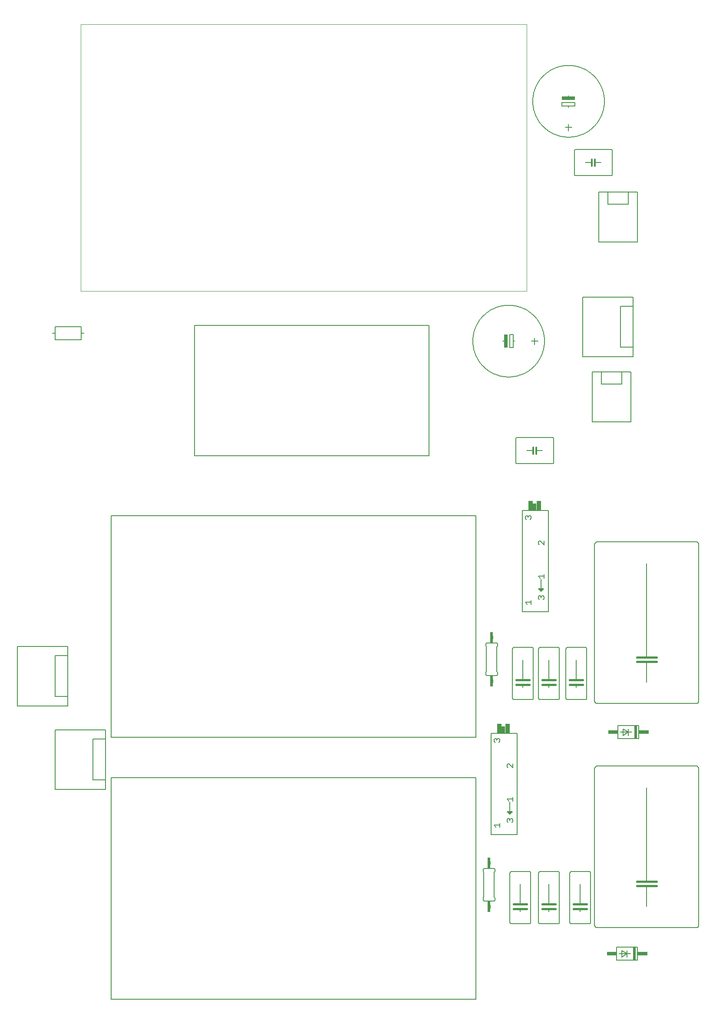
<source format=gto>
G75*
%MOIN*%
%OFA0B0*%
%FSLAX25Y25*%
%IPPOS*%
%LPD*%
%AMOC8*
5,1,8,0,0,1.08239X$1,22.5*
%
%ADD10C,0.00500*%
%ADD11C,0.00600*%
%ADD12C,0.01600*%
%ADD13C,0.02400*%
%ADD14R,0.02400X0.03400*%
%ADD15C,0.00800*%
%ADD16R,0.03500X0.07500*%
%ADD17R,0.03000X0.05500*%
%ADD18R,0.02000X0.10000*%
%ADD19R,0.07500X0.03000*%
%ADD20R,0.10000X0.02500*%
%ADD21R,0.02500X0.10000*%
%ADD22C,0.01200*%
%ADD23C,0.00000*%
D10*
X0075800Y0017800D02*
X0075800Y0187800D01*
X0355800Y0187800D01*
X0355800Y0017800D01*
X0075800Y0017800D01*
X0075800Y0218800D02*
X0075800Y0388800D01*
X0355800Y0388800D01*
X0355800Y0218800D01*
X0075800Y0218800D01*
X0139800Y0434800D02*
X0139800Y0534800D01*
X0319721Y0534800D01*
X0319721Y0434800D01*
X0139800Y0434800D01*
X0369546Y0217198D02*
X0370297Y0217949D01*
X0371047Y0217949D01*
X0371798Y0217198D01*
X0372549Y0217949D01*
X0373299Y0217949D01*
X0374050Y0217198D01*
X0374050Y0215697D01*
X0373299Y0214946D01*
X0371798Y0216447D02*
X0371798Y0217198D01*
X0369546Y0217198D02*
X0369546Y0215697D01*
X0370297Y0214946D01*
X0380297Y0198449D02*
X0379546Y0197698D01*
X0379546Y0196197D01*
X0380297Y0195446D01*
X0380297Y0198449D02*
X0381047Y0198449D01*
X0384050Y0195446D01*
X0384050Y0198449D01*
X0384050Y0172845D02*
X0384050Y0169842D01*
X0384050Y0171343D02*
X0379546Y0171343D01*
X0381047Y0169842D01*
X0381047Y0156345D02*
X0381798Y0155594D01*
X0382549Y0156345D01*
X0383299Y0156345D01*
X0384050Y0155594D01*
X0384050Y0154093D01*
X0383299Y0153342D01*
X0381798Y0154843D02*
X0381798Y0155594D01*
X0381047Y0156345D02*
X0380297Y0156345D01*
X0379546Y0155594D01*
X0379546Y0154093D01*
X0380297Y0153342D01*
X0374050Y0152949D02*
X0374050Y0149946D01*
X0374050Y0151447D02*
X0369546Y0151447D01*
X0371047Y0149946D01*
X0395047Y0320946D02*
X0393546Y0322447D01*
X0398050Y0322447D01*
X0398050Y0320946D02*
X0398050Y0323949D01*
X0403546Y0325093D02*
X0403546Y0326594D01*
X0404297Y0327345D01*
X0405047Y0327345D01*
X0405798Y0326594D01*
X0406549Y0327345D01*
X0407299Y0327345D01*
X0408050Y0326594D01*
X0408050Y0325093D01*
X0407299Y0324342D01*
X0405798Y0325843D02*
X0405798Y0326594D01*
X0404297Y0324342D02*
X0403546Y0325093D01*
X0405047Y0340842D02*
X0403546Y0342343D01*
X0408050Y0342343D01*
X0408050Y0340842D02*
X0408050Y0343845D01*
X0408050Y0366446D02*
X0405047Y0369449D01*
X0404297Y0369449D01*
X0403546Y0368698D01*
X0403546Y0367197D01*
X0404297Y0366446D01*
X0408050Y0366446D02*
X0408050Y0369449D01*
X0397299Y0385946D02*
X0398050Y0386697D01*
X0398050Y0388198D01*
X0397299Y0388949D01*
X0396549Y0388949D01*
X0395798Y0388198D01*
X0395798Y0387447D01*
X0395798Y0388198D02*
X0395047Y0388949D01*
X0394297Y0388949D01*
X0393546Y0388198D01*
X0393546Y0386697D01*
X0394297Y0385946D01*
D11*
X0391300Y0392800D02*
X0411300Y0392800D01*
X0411300Y0315300D01*
X0391300Y0315300D01*
X0391300Y0392800D01*
X0387300Y0428800D02*
X0414300Y0428800D01*
X0414360Y0428802D01*
X0414421Y0428807D01*
X0414480Y0428816D01*
X0414539Y0428829D01*
X0414598Y0428845D01*
X0414655Y0428865D01*
X0414710Y0428888D01*
X0414765Y0428915D01*
X0414817Y0428944D01*
X0414868Y0428977D01*
X0414917Y0429013D01*
X0414963Y0429051D01*
X0415007Y0429093D01*
X0415049Y0429137D01*
X0415087Y0429183D01*
X0415123Y0429232D01*
X0415156Y0429283D01*
X0415185Y0429335D01*
X0415212Y0429390D01*
X0415235Y0429445D01*
X0415255Y0429502D01*
X0415271Y0429561D01*
X0415284Y0429620D01*
X0415293Y0429679D01*
X0415298Y0429740D01*
X0415300Y0429800D01*
X0415300Y0447800D01*
X0415298Y0447860D01*
X0415293Y0447921D01*
X0415284Y0447980D01*
X0415271Y0448039D01*
X0415255Y0448098D01*
X0415235Y0448155D01*
X0415212Y0448210D01*
X0415185Y0448265D01*
X0415156Y0448317D01*
X0415123Y0448368D01*
X0415087Y0448417D01*
X0415049Y0448463D01*
X0415007Y0448507D01*
X0414963Y0448549D01*
X0414917Y0448587D01*
X0414868Y0448623D01*
X0414817Y0448656D01*
X0414765Y0448685D01*
X0414710Y0448712D01*
X0414655Y0448735D01*
X0414598Y0448755D01*
X0414539Y0448771D01*
X0414480Y0448784D01*
X0414421Y0448793D01*
X0414360Y0448798D01*
X0414300Y0448800D01*
X0387300Y0448800D01*
X0387240Y0448798D01*
X0387179Y0448793D01*
X0387120Y0448784D01*
X0387061Y0448771D01*
X0387002Y0448755D01*
X0386945Y0448735D01*
X0386890Y0448712D01*
X0386835Y0448685D01*
X0386783Y0448656D01*
X0386732Y0448623D01*
X0386683Y0448587D01*
X0386637Y0448549D01*
X0386593Y0448507D01*
X0386551Y0448463D01*
X0386513Y0448417D01*
X0386477Y0448368D01*
X0386444Y0448317D01*
X0386415Y0448265D01*
X0386388Y0448210D01*
X0386365Y0448155D01*
X0386345Y0448098D01*
X0386329Y0448039D01*
X0386316Y0447980D01*
X0386307Y0447921D01*
X0386302Y0447860D01*
X0386300Y0447800D01*
X0386300Y0429800D01*
X0386302Y0429740D01*
X0386307Y0429679D01*
X0386316Y0429620D01*
X0386329Y0429561D01*
X0386345Y0429502D01*
X0386365Y0429445D01*
X0386388Y0429390D01*
X0386415Y0429335D01*
X0386444Y0429283D01*
X0386477Y0429232D01*
X0386513Y0429183D01*
X0386551Y0429137D01*
X0386593Y0429093D01*
X0386637Y0429051D01*
X0386683Y0429013D01*
X0386732Y0428977D01*
X0386783Y0428944D01*
X0386835Y0428915D01*
X0386890Y0428888D01*
X0386945Y0428865D01*
X0387002Y0428845D01*
X0387061Y0428829D01*
X0387120Y0428816D01*
X0387179Y0428807D01*
X0387240Y0428802D01*
X0387300Y0428800D01*
X0394800Y0438800D02*
X0399600Y0438800D01*
X0402100Y0438800D02*
X0406800Y0438800D01*
X0448800Y0368800D02*
X0524800Y0368800D01*
X0524887Y0368798D01*
X0524974Y0368792D01*
X0525061Y0368783D01*
X0525147Y0368770D01*
X0525233Y0368753D01*
X0525318Y0368732D01*
X0525401Y0368707D01*
X0525484Y0368679D01*
X0525565Y0368648D01*
X0525645Y0368613D01*
X0525723Y0368574D01*
X0525800Y0368532D01*
X0525875Y0368487D01*
X0525947Y0368438D01*
X0526018Y0368387D01*
X0526086Y0368332D01*
X0526151Y0368275D01*
X0526214Y0368214D01*
X0526275Y0368151D01*
X0526332Y0368086D01*
X0526387Y0368018D01*
X0526438Y0367947D01*
X0526487Y0367875D01*
X0526532Y0367800D01*
X0526574Y0367723D01*
X0526613Y0367645D01*
X0526648Y0367565D01*
X0526679Y0367484D01*
X0526707Y0367401D01*
X0526732Y0367318D01*
X0526753Y0367233D01*
X0526770Y0367147D01*
X0526783Y0367061D01*
X0526792Y0366974D01*
X0526798Y0366887D01*
X0526800Y0366800D01*
X0526800Y0246800D01*
X0526798Y0246713D01*
X0526792Y0246626D01*
X0526783Y0246539D01*
X0526770Y0246453D01*
X0526753Y0246367D01*
X0526732Y0246282D01*
X0526707Y0246199D01*
X0526679Y0246116D01*
X0526648Y0246035D01*
X0526613Y0245955D01*
X0526574Y0245877D01*
X0526532Y0245800D01*
X0526487Y0245725D01*
X0526438Y0245653D01*
X0526387Y0245582D01*
X0526332Y0245514D01*
X0526275Y0245449D01*
X0526214Y0245386D01*
X0526151Y0245325D01*
X0526086Y0245268D01*
X0526018Y0245213D01*
X0525947Y0245162D01*
X0525875Y0245113D01*
X0525800Y0245068D01*
X0525723Y0245026D01*
X0525645Y0244987D01*
X0525565Y0244952D01*
X0525484Y0244921D01*
X0525401Y0244893D01*
X0525318Y0244868D01*
X0525233Y0244847D01*
X0525147Y0244830D01*
X0525061Y0244817D01*
X0524974Y0244808D01*
X0524887Y0244802D01*
X0524800Y0244800D01*
X0448800Y0244800D01*
X0448713Y0244802D01*
X0448626Y0244808D01*
X0448539Y0244817D01*
X0448453Y0244830D01*
X0448367Y0244847D01*
X0448282Y0244868D01*
X0448199Y0244893D01*
X0448116Y0244921D01*
X0448035Y0244952D01*
X0447955Y0244987D01*
X0447877Y0245026D01*
X0447800Y0245068D01*
X0447725Y0245113D01*
X0447653Y0245162D01*
X0447582Y0245213D01*
X0447514Y0245268D01*
X0447449Y0245325D01*
X0447386Y0245386D01*
X0447325Y0245449D01*
X0447268Y0245514D01*
X0447213Y0245582D01*
X0447162Y0245653D01*
X0447113Y0245725D01*
X0447068Y0245800D01*
X0447026Y0245877D01*
X0446987Y0245955D01*
X0446952Y0246035D01*
X0446921Y0246116D01*
X0446893Y0246199D01*
X0446868Y0246282D01*
X0446847Y0246367D01*
X0446830Y0246453D01*
X0446817Y0246539D01*
X0446808Y0246626D01*
X0446802Y0246713D01*
X0446800Y0246800D01*
X0446800Y0366800D01*
X0446802Y0366887D01*
X0446808Y0366974D01*
X0446817Y0367061D01*
X0446830Y0367147D01*
X0446847Y0367233D01*
X0446868Y0367318D01*
X0446893Y0367401D01*
X0446921Y0367484D01*
X0446952Y0367565D01*
X0446987Y0367645D01*
X0447026Y0367723D01*
X0447068Y0367800D01*
X0447113Y0367875D01*
X0447162Y0367947D01*
X0447213Y0368018D01*
X0447268Y0368086D01*
X0447325Y0368151D01*
X0447386Y0368214D01*
X0447449Y0368275D01*
X0447514Y0368332D01*
X0447582Y0368387D01*
X0447653Y0368438D01*
X0447725Y0368487D01*
X0447800Y0368532D01*
X0447877Y0368574D01*
X0447955Y0368613D01*
X0448035Y0368648D01*
X0448116Y0368679D01*
X0448199Y0368707D01*
X0448282Y0368732D01*
X0448367Y0368753D01*
X0448453Y0368770D01*
X0448539Y0368783D01*
X0448626Y0368792D01*
X0448713Y0368798D01*
X0448800Y0368800D01*
X0486800Y0352300D02*
X0486800Y0280300D01*
X0486800Y0276800D02*
X0486800Y0261300D01*
X0480800Y0227800D02*
X0464800Y0227800D01*
X0464800Y0217800D01*
X0480800Y0217800D01*
X0480800Y0227800D01*
X0475300Y0222800D02*
X0472800Y0222800D01*
X0472800Y0225300D01*
X0472800Y0222800D02*
X0472800Y0220300D01*
X0472800Y0222800D02*
X0468800Y0220300D01*
X0468800Y0225300D01*
X0472800Y0222800D01*
X0466800Y0222800D01*
X0448800Y0196800D02*
X0524800Y0196800D01*
X0524887Y0196798D01*
X0524974Y0196792D01*
X0525061Y0196783D01*
X0525147Y0196770D01*
X0525233Y0196753D01*
X0525318Y0196732D01*
X0525401Y0196707D01*
X0525484Y0196679D01*
X0525565Y0196648D01*
X0525645Y0196613D01*
X0525723Y0196574D01*
X0525800Y0196532D01*
X0525875Y0196487D01*
X0525947Y0196438D01*
X0526018Y0196387D01*
X0526086Y0196332D01*
X0526151Y0196275D01*
X0526214Y0196214D01*
X0526275Y0196151D01*
X0526332Y0196086D01*
X0526387Y0196018D01*
X0526438Y0195947D01*
X0526487Y0195875D01*
X0526532Y0195800D01*
X0526574Y0195723D01*
X0526613Y0195645D01*
X0526648Y0195565D01*
X0526679Y0195484D01*
X0526707Y0195401D01*
X0526732Y0195318D01*
X0526753Y0195233D01*
X0526770Y0195147D01*
X0526783Y0195061D01*
X0526792Y0194974D01*
X0526798Y0194887D01*
X0526800Y0194800D01*
X0526800Y0074800D01*
X0526798Y0074713D01*
X0526792Y0074626D01*
X0526783Y0074539D01*
X0526770Y0074453D01*
X0526753Y0074367D01*
X0526732Y0074282D01*
X0526707Y0074199D01*
X0526679Y0074116D01*
X0526648Y0074035D01*
X0526613Y0073955D01*
X0526574Y0073877D01*
X0526532Y0073800D01*
X0526487Y0073725D01*
X0526438Y0073653D01*
X0526387Y0073582D01*
X0526332Y0073514D01*
X0526275Y0073449D01*
X0526214Y0073386D01*
X0526151Y0073325D01*
X0526086Y0073268D01*
X0526018Y0073213D01*
X0525947Y0073162D01*
X0525875Y0073113D01*
X0525800Y0073068D01*
X0525723Y0073026D01*
X0525645Y0072987D01*
X0525565Y0072952D01*
X0525484Y0072921D01*
X0525401Y0072893D01*
X0525318Y0072868D01*
X0525233Y0072847D01*
X0525147Y0072830D01*
X0525061Y0072817D01*
X0524974Y0072808D01*
X0524887Y0072802D01*
X0524800Y0072800D01*
X0448800Y0072800D01*
X0448713Y0072802D01*
X0448626Y0072808D01*
X0448539Y0072817D01*
X0448453Y0072830D01*
X0448367Y0072847D01*
X0448282Y0072868D01*
X0448199Y0072893D01*
X0448116Y0072921D01*
X0448035Y0072952D01*
X0447955Y0072987D01*
X0447877Y0073026D01*
X0447800Y0073068D01*
X0447725Y0073113D01*
X0447653Y0073162D01*
X0447582Y0073213D01*
X0447514Y0073268D01*
X0447449Y0073325D01*
X0447386Y0073386D01*
X0447325Y0073449D01*
X0447268Y0073514D01*
X0447213Y0073582D01*
X0447162Y0073653D01*
X0447113Y0073725D01*
X0447068Y0073800D01*
X0447026Y0073877D01*
X0446987Y0073955D01*
X0446952Y0074035D01*
X0446921Y0074116D01*
X0446893Y0074199D01*
X0446868Y0074282D01*
X0446847Y0074367D01*
X0446830Y0074453D01*
X0446817Y0074539D01*
X0446808Y0074626D01*
X0446802Y0074713D01*
X0446800Y0074800D01*
X0446800Y0194800D01*
X0446802Y0194887D01*
X0446808Y0194974D01*
X0446817Y0195061D01*
X0446830Y0195147D01*
X0446847Y0195233D01*
X0446868Y0195318D01*
X0446893Y0195401D01*
X0446921Y0195484D01*
X0446952Y0195565D01*
X0446987Y0195645D01*
X0447026Y0195723D01*
X0447068Y0195800D01*
X0447113Y0195875D01*
X0447162Y0195947D01*
X0447213Y0196018D01*
X0447268Y0196086D01*
X0447325Y0196151D01*
X0447386Y0196214D01*
X0447449Y0196275D01*
X0447514Y0196332D01*
X0447582Y0196387D01*
X0447653Y0196438D01*
X0447725Y0196487D01*
X0447800Y0196532D01*
X0447877Y0196574D01*
X0447955Y0196613D01*
X0448035Y0196648D01*
X0448116Y0196679D01*
X0448199Y0196707D01*
X0448282Y0196732D01*
X0448367Y0196753D01*
X0448453Y0196770D01*
X0448539Y0196783D01*
X0448626Y0196792D01*
X0448713Y0196798D01*
X0448800Y0196800D01*
X0439800Y0247800D02*
X0425800Y0247800D01*
X0425740Y0247802D01*
X0425679Y0247807D01*
X0425620Y0247816D01*
X0425561Y0247829D01*
X0425502Y0247845D01*
X0425445Y0247865D01*
X0425390Y0247888D01*
X0425335Y0247915D01*
X0425283Y0247944D01*
X0425232Y0247977D01*
X0425183Y0248013D01*
X0425137Y0248051D01*
X0425093Y0248093D01*
X0425051Y0248137D01*
X0425013Y0248183D01*
X0424977Y0248232D01*
X0424944Y0248283D01*
X0424915Y0248335D01*
X0424888Y0248390D01*
X0424865Y0248445D01*
X0424845Y0248502D01*
X0424829Y0248561D01*
X0424816Y0248620D01*
X0424807Y0248679D01*
X0424802Y0248740D01*
X0424800Y0248800D01*
X0424800Y0286800D01*
X0424802Y0286860D01*
X0424807Y0286921D01*
X0424816Y0286980D01*
X0424829Y0287039D01*
X0424845Y0287098D01*
X0424865Y0287155D01*
X0424888Y0287210D01*
X0424915Y0287265D01*
X0424944Y0287317D01*
X0424977Y0287368D01*
X0425013Y0287417D01*
X0425051Y0287463D01*
X0425093Y0287507D01*
X0425137Y0287549D01*
X0425183Y0287587D01*
X0425232Y0287623D01*
X0425283Y0287656D01*
X0425335Y0287685D01*
X0425390Y0287712D01*
X0425445Y0287735D01*
X0425502Y0287755D01*
X0425561Y0287771D01*
X0425620Y0287784D01*
X0425679Y0287793D01*
X0425740Y0287798D01*
X0425800Y0287800D01*
X0439800Y0287800D01*
X0439860Y0287798D01*
X0439921Y0287793D01*
X0439980Y0287784D01*
X0440039Y0287771D01*
X0440098Y0287755D01*
X0440155Y0287735D01*
X0440210Y0287712D01*
X0440265Y0287685D01*
X0440317Y0287656D01*
X0440368Y0287623D01*
X0440417Y0287587D01*
X0440463Y0287549D01*
X0440507Y0287507D01*
X0440549Y0287463D01*
X0440587Y0287417D01*
X0440623Y0287368D01*
X0440656Y0287317D01*
X0440685Y0287265D01*
X0440712Y0287210D01*
X0440735Y0287155D01*
X0440755Y0287098D01*
X0440771Y0287039D01*
X0440784Y0286980D01*
X0440793Y0286921D01*
X0440798Y0286860D01*
X0440800Y0286800D01*
X0440800Y0248800D01*
X0440798Y0248740D01*
X0440793Y0248679D01*
X0440784Y0248620D01*
X0440771Y0248561D01*
X0440755Y0248502D01*
X0440735Y0248445D01*
X0440712Y0248390D01*
X0440685Y0248335D01*
X0440656Y0248283D01*
X0440623Y0248232D01*
X0440587Y0248183D01*
X0440549Y0248137D01*
X0440507Y0248093D01*
X0440463Y0248051D01*
X0440417Y0248013D01*
X0440368Y0247977D01*
X0440317Y0247944D01*
X0440265Y0247915D01*
X0440210Y0247888D01*
X0440155Y0247865D01*
X0440098Y0247845D01*
X0440039Y0247829D01*
X0439980Y0247816D01*
X0439921Y0247807D01*
X0439860Y0247802D01*
X0439800Y0247800D01*
X0432800Y0257300D02*
X0432800Y0259300D01*
X0432800Y0262800D02*
X0432800Y0278300D01*
X0419800Y0286800D02*
X0419800Y0248800D01*
X0419798Y0248740D01*
X0419793Y0248679D01*
X0419784Y0248620D01*
X0419771Y0248561D01*
X0419755Y0248502D01*
X0419735Y0248445D01*
X0419712Y0248390D01*
X0419685Y0248335D01*
X0419656Y0248283D01*
X0419623Y0248232D01*
X0419587Y0248183D01*
X0419549Y0248137D01*
X0419507Y0248093D01*
X0419463Y0248051D01*
X0419417Y0248013D01*
X0419368Y0247977D01*
X0419317Y0247944D01*
X0419265Y0247915D01*
X0419210Y0247888D01*
X0419155Y0247865D01*
X0419098Y0247845D01*
X0419039Y0247829D01*
X0418980Y0247816D01*
X0418921Y0247807D01*
X0418860Y0247802D01*
X0418800Y0247800D01*
X0404800Y0247800D01*
X0404740Y0247802D01*
X0404679Y0247807D01*
X0404620Y0247816D01*
X0404561Y0247829D01*
X0404502Y0247845D01*
X0404445Y0247865D01*
X0404390Y0247888D01*
X0404335Y0247915D01*
X0404283Y0247944D01*
X0404232Y0247977D01*
X0404183Y0248013D01*
X0404137Y0248051D01*
X0404093Y0248093D01*
X0404051Y0248137D01*
X0404013Y0248183D01*
X0403977Y0248232D01*
X0403944Y0248283D01*
X0403915Y0248335D01*
X0403888Y0248390D01*
X0403865Y0248445D01*
X0403845Y0248502D01*
X0403829Y0248561D01*
X0403816Y0248620D01*
X0403807Y0248679D01*
X0403802Y0248740D01*
X0403800Y0248800D01*
X0403800Y0286800D01*
X0403802Y0286860D01*
X0403807Y0286921D01*
X0403816Y0286980D01*
X0403829Y0287039D01*
X0403845Y0287098D01*
X0403865Y0287155D01*
X0403888Y0287210D01*
X0403915Y0287265D01*
X0403944Y0287317D01*
X0403977Y0287368D01*
X0404013Y0287417D01*
X0404051Y0287463D01*
X0404093Y0287507D01*
X0404137Y0287549D01*
X0404183Y0287587D01*
X0404232Y0287623D01*
X0404283Y0287656D01*
X0404335Y0287685D01*
X0404390Y0287712D01*
X0404445Y0287735D01*
X0404502Y0287755D01*
X0404561Y0287771D01*
X0404620Y0287784D01*
X0404679Y0287793D01*
X0404740Y0287798D01*
X0404800Y0287800D01*
X0418800Y0287800D01*
X0418860Y0287798D01*
X0418921Y0287793D01*
X0418980Y0287784D01*
X0419039Y0287771D01*
X0419098Y0287755D01*
X0419155Y0287735D01*
X0419210Y0287712D01*
X0419265Y0287685D01*
X0419317Y0287656D01*
X0419368Y0287623D01*
X0419417Y0287587D01*
X0419463Y0287549D01*
X0419507Y0287507D01*
X0419549Y0287463D01*
X0419587Y0287417D01*
X0419623Y0287368D01*
X0419656Y0287317D01*
X0419685Y0287265D01*
X0419712Y0287210D01*
X0419735Y0287155D01*
X0419755Y0287098D01*
X0419771Y0287039D01*
X0419784Y0286980D01*
X0419793Y0286921D01*
X0419798Y0286860D01*
X0419800Y0286800D01*
X0411800Y0278300D02*
X0411800Y0262800D01*
X0411800Y0259300D02*
X0411800Y0257300D01*
X0399800Y0248800D02*
X0399800Y0286800D01*
X0399798Y0286860D01*
X0399793Y0286921D01*
X0399784Y0286980D01*
X0399771Y0287039D01*
X0399755Y0287098D01*
X0399735Y0287155D01*
X0399712Y0287210D01*
X0399685Y0287265D01*
X0399656Y0287317D01*
X0399623Y0287368D01*
X0399587Y0287417D01*
X0399549Y0287463D01*
X0399507Y0287507D01*
X0399463Y0287549D01*
X0399417Y0287587D01*
X0399368Y0287623D01*
X0399317Y0287656D01*
X0399265Y0287685D01*
X0399210Y0287712D01*
X0399155Y0287735D01*
X0399098Y0287755D01*
X0399039Y0287771D01*
X0398980Y0287784D01*
X0398921Y0287793D01*
X0398860Y0287798D01*
X0398800Y0287800D01*
X0384800Y0287800D01*
X0384740Y0287798D01*
X0384679Y0287793D01*
X0384620Y0287784D01*
X0384561Y0287771D01*
X0384502Y0287755D01*
X0384445Y0287735D01*
X0384390Y0287712D01*
X0384335Y0287685D01*
X0384283Y0287656D01*
X0384232Y0287623D01*
X0384183Y0287587D01*
X0384137Y0287549D01*
X0384093Y0287507D01*
X0384051Y0287463D01*
X0384013Y0287417D01*
X0383977Y0287368D01*
X0383944Y0287317D01*
X0383915Y0287265D01*
X0383888Y0287210D01*
X0383865Y0287155D01*
X0383845Y0287098D01*
X0383829Y0287039D01*
X0383816Y0286980D01*
X0383807Y0286921D01*
X0383802Y0286860D01*
X0383800Y0286800D01*
X0383800Y0248800D01*
X0383802Y0248740D01*
X0383807Y0248679D01*
X0383816Y0248620D01*
X0383829Y0248561D01*
X0383845Y0248502D01*
X0383865Y0248445D01*
X0383888Y0248390D01*
X0383915Y0248335D01*
X0383944Y0248283D01*
X0383977Y0248232D01*
X0384013Y0248183D01*
X0384051Y0248137D01*
X0384093Y0248093D01*
X0384137Y0248051D01*
X0384183Y0248013D01*
X0384232Y0247977D01*
X0384283Y0247944D01*
X0384335Y0247915D01*
X0384390Y0247888D01*
X0384445Y0247865D01*
X0384502Y0247845D01*
X0384561Y0247829D01*
X0384620Y0247816D01*
X0384679Y0247807D01*
X0384740Y0247802D01*
X0384800Y0247800D01*
X0398800Y0247800D01*
X0398860Y0247802D01*
X0398921Y0247807D01*
X0398980Y0247816D01*
X0399039Y0247829D01*
X0399098Y0247845D01*
X0399155Y0247865D01*
X0399210Y0247888D01*
X0399265Y0247915D01*
X0399317Y0247944D01*
X0399368Y0247977D01*
X0399417Y0248013D01*
X0399463Y0248051D01*
X0399507Y0248093D01*
X0399549Y0248137D01*
X0399587Y0248183D01*
X0399623Y0248232D01*
X0399656Y0248283D01*
X0399685Y0248335D01*
X0399712Y0248390D01*
X0399735Y0248445D01*
X0399755Y0248502D01*
X0399771Y0248561D01*
X0399784Y0248620D01*
X0399793Y0248679D01*
X0399798Y0248740D01*
X0399800Y0248800D01*
X0391800Y0257300D02*
X0391800Y0259300D01*
X0391800Y0262800D02*
X0391800Y0278300D01*
X0372300Y0268800D02*
X0371800Y0269300D01*
X0371800Y0288300D01*
X0372300Y0288800D01*
X0372300Y0290300D01*
X0372298Y0290360D01*
X0372293Y0290421D01*
X0372284Y0290480D01*
X0372271Y0290539D01*
X0372255Y0290598D01*
X0372235Y0290655D01*
X0372212Y0290710D01*
X0372185Y0290765D01*
X0372156Y0290817D01*
X0372123Y0290868D01*
X0372087Y0290917D01*
X0372049Y0290963D01*
X0372007Y0291007D01*
X0371963Y0291049D01*
X0371917Y0291087D01*
X0371868Y0291123D01*
X0371817Y0291156D01*
X0371765Y0291185D01*
X0371710Y0291212D01*
X0371655Y0291235D01*
X0371598Y0291255D01*
X0371539Y0291271D01*
X0371480Y0291284D01*
X0371421Y0291293D01*
X0371360Y0291298D01*
X0371300Y0291300D01*
X0364300Y0291300D01*
X0364240Y0291298D01*
X0364179Y0291293D01*
X0364120Y0291284D01*
X0364061Y0291271D01*
X0364002Y0291255D01*
X0363945Y0291235D01*
X0363890Y0291212D01*
X0363835Y0291185D01*
X0363783Y0291156D01*
X0363732Y0291123D01*
X0363683Y0291087D01*
X0363637Y0291049D01*
X0363593Y0291007D01*
X0363551Y0290963D01*
X0363513Y0290917D01*
X0363477Y0290868D01*
X0363444Y0290817D01*
X0363415Y0290765D01*
X0363388Y0290710D01*
X0363365Y0290655D01*
X0363345Y0290598D01*
X0363329Y0290539D01*
X0363316Y0290480D01*
X0363307Y0290421D01*
X0363302Y0290360D01*
X0363300Y0290300D01*
X0363300Y0288800D01*
X0363800Y0288300D01*
X0363800Y0269300D01*
X0363300Y0268800D01*
X0363300Y0267300D01*
X0363302Y0267240D01*
X0363307Y0267179D01*
X0363316Y0267120D01*
X0363329Y0267061D01*
X0363345Y0267002D01*
X0363365Y0266945D01*
X0363388Y0266890D01*
X0363415Y0266835D01*
X0363444Y0266783D01*
X0363477Y0266732D01*
X0363513Y0266683D01*
X0363551Y0266637D01*
X0363593Y0266593D01*
X0363637Y0266551D01*
X0363683Y0266513D01*
X0363732Y0266477D01*
X0363783Y0266444D01*
X0363835Y0266415D01*
X0363890Y0266388D01*
X0363945Y0266365D01*
X0364002Y0266345D01*
X0364061Y0266329D01*
X0364120Y0266316D01*
X0364179Y0266307D01*
X0364240Y0266302D01*
X0364300Y0266300D01*
X0371300Y0266300D01*
X0371360Y0266302D01*
X0371421Y0266307D01*
X0371480Y0266316D01*
X0371539Y0266329D01*
X0371598Y0266345D01*
X0371655Y0266365D01*
X0371710Y0266388D01*
X0371765Y0266415D01*
X0371817Y0266444D01*
X0371868Y0266477D01*
X0371917Y0266513D01*
X0371963Y0266551D01*
X0372007Y0266593D01*
X0372049Y0266637D01*
X0372087Y0266683D01*
X0372123Y0266732D01*
X0372156Y0266783D01*
X0372185Y0266835D01*
X0372212Y0266890D01*
X0372235Y0266945D01*
X0372255Y0267002D01*
X0372271Y0267061D01*
X0372284Y0267120D01*
X0372293Y0267179D01*
X0372298Y0267240D01*
X0372300Y0267300D01*
X0372300Y0268800D01*
X0367300Y0221800D02*
X0387300Y0221800D01*
X0387300Y0144300D01*
X0367300Y0144300D01*
X0367300Y0221800D01*
X0381800Y0169300D02*
X0381800Y0161300D01*
X0380300Y0161300D01*
X0379800Y0161800D01*
X0383800Y0161800D01*
X0383300Y0161300D01*
X0381800Y0161300D01*
X0381800Y0159800D01*
X0382300Y0160300D01*
X0382800Y0160800D01*
X0383300Y0161300D01*
X0382800Y0160800D02*
X0380800Y0160800D01*
X0381300Y0160300D01*
X0382300Y0160300D01*
X0381800Y0159800D02*
X0381300Y0160300D01*
X0380800Y0160800D02*
X0380300Y0161300D01*
X0369300Y0118300D02*
X0362300Y0118300D01*
X0362240Y0118298D01*
X0362179Y0118293D01*
X0362120Y0118284D01*
X0362061Y0118271D01*
X0362002Y0118255D01*
X0361945Y0118235D01*
X0361890Y0118212D01*
X0361835Y0118185D01*
X0361783Y0118156D01*
X0361732Y0118123D01*
X0361683Y0118087D01*
X0361637Y0118049D01*
X0361593Y0118007D01*
X0361551Y0117963D01*
X0361513Y0117917D01*
X0361477Y0117868D01*
X0361444Y0117817D01*
X0361415Y0117765D01*
X0361388Y0117710D01*
X0361365Y0117655D01*
X0361345Y0117598D01*
X0361329Y0117539D01*
X0361316Y0117480D01*
X0361307Y0117421D01*
X0361302Y0117360D01*
X0361300Y0117300D01*
X0361300Y0115800D01*
X0361800Y0115300D01*
X0361800Y0096300D01*
X0361300Y0095800D01*
X0361300Y0094300D01*
X0361302Y0094240D01*
X0361307Y0094179D01*
X0361316Y0094120D01*
X0361329Y0094061D01*
X0361345Y0094002D01*
X0361365Y0093945D01*
X0361388Y0093890D01*
X0361415Y0093835D01*
X0361444Y0093783D01*
X0361477Y0093732D01*
X0361513Y0093683D01*
X0361551Y0093637D01*
X0361593Y0093593D01*
X0361637Y0093551D01*
X0361683Y0093513D01*
X0361732Y0093477D01*
X0361783Y0093444D01*
X0361835Y0093415D01*
X0361890Y0093388D01*
X0361945Y0093365D01*
X0362002Y0093345D01*
X0362061Y0093329D01*
X0362120Y0093316D01*
X0362179Y0093307D01*
X0362240Y0093302D01*
X0362300Y0093300D01*
X0369300Y0093300D01*
X0369360Y0093302D01*
X0369421Y0093307D01*
X0369480Y0093316D01*
X0369539Y0093329D01*
X0369598Y0093345D01*
X0369655Y0093365D01*
X0369710Y0093388D01*
X0369765Y0093415D01*
X0369817Y0093444D01*
X0369868Y0093477D01*
X0369917Y0093513D01*
X0369963Y0093551D01*
X0370007Y0093593D01*
X0370049Y0093637D01*
X0370087Y0093683D01*
X0370123Y0093732D01*
X0370156Y0093783D01*
X0370185Y0093835D01*
X0370212Y0093890D01*
X0370235Y0093945D01*
X0370255Y0094002D01*
X0370271Y0094061D01*
X0370284Y0094120D01*
X0370293Y0094179D01*
X0370298Y0094240D01*
X0370300Y0094300D01*
X0370300Y0095800D01*
X0369800Y0096300D01*
X0369800Y0115300D01*
X0370300Y0115800D01*
X0370300Y0117300D01*
X0370298Y0117360D01*
X0370293Y0117421D01*
X0370284Y0117480D01*
X0370271Y0117539D01*
X0370255Y0117598D01*
X0370235Y0117655D01*
X0370212Y0117710D01*
X0370185Y0117765D01*
X0370156Y0117817D01*
X0370123Y0117868D01*
X0370087Y0117917D01*
X0370049Y0117963D01*
X0370007Y0118007D01*
X0369963Y0118049D01*
X0369917Y0118087D01*
X0369868Y0118123D01*
X0369817Y0118156D01*
X0369765Y0118185D01*
X0369710Y0118212D01*
X0369655Y0118235D01*
X0369598Y0118255D01*
X0369539Y0118271D01*
X0369480Y0118284D01*
X0369421Y0118293D01*
X0369360Y0118298D01*
X0369300Y0118300D01*
X0381800Y0114800D02*
X0381800Y0076800D01*
X0381802Y0076740D01*
X0381807Y0076679D01*
X0381816Y0076620D01*
X0381829Y0076561D01*
X0381845Y0076502D01*
X0381865Y0076445D01*
X0381888Y0076390D01*
X0381915Y0076335D01*
X0381944Y0076283D01*
X0381977Y0076232D01*
X0382013Y0076183D01*
X0382051Y0076137D01*
X0382093Y0076093D01*
X0382137Y0076051D01*
X0382183Y0076013D01*
X0382232Y0075977D01*
X0382283Y0075944D01*
X0382335Y0075915D01*
X0382390Y0075888D01*
X0382445Y0075865D01*
X0382502Y0075845D01*
X0382561Y0075829D01*
X0382620Y0075816D01*
X0382679Y0075807D01*
X0382740Y0075802D01*
X0382800Y0075800D01*
X0396800Y0075800D01*
X0396860Y0075802D01*
X0396921Y0075807D01*
X0396980Y0075816D01*
X0397039Y0075829D01*
X0397098Y0075845D01*
X0397155Y0075865D01*
X0397210Y0075888D01*
X0397265Y0075915D01*
X0397317Y0075944D01*
X0397368Y0075977D01*
X0397417Y0076013D01*
X0397463Y0076051D01*
X0397507Y0076093D01*
X0397549Y0076137D01*
X0397587Y0076183D01*
X0397623Y0076232D01*
X0397656Y0076283D01*
X0397685Y0076335D01*
X0397712Y0076390D01*
X0397735Y0076445D01*
X0397755Y0076502D01*
X0397771Y0076561D01*
X0397784Y0076620D01*
X0397793Y0076679D01*
X0397798Y0076740D01*
X0397800Y0076800D01*
X0397800Y0114800D01*
X0397798Y0114860D01*
X0397793Y0114921D01*
X0397784Y0114980D01*
X0397771Y0115039D01*
X0397755Y0115098D01*
X0397735Y0115155D01*
X0397712Y0115210D01*
X0397685Y0115265D01*
X0397656Y0115317D01*
X0397623Y0115368D01*
X0397587Y0115417D01*
X0397549Y0115463D01*
X0397507Y0115507D01*
X0397463Y0115549D01*
X0397417Y0115587D01*
X0397368Y0115623D01*
X0397317Y0115656D01*
X0397265Y0115685D01*
X0397210Y0115712D01*
X0397155Y0115735D01*
X0397098Y0115755D01*
X0397039Y0115771D01*
X0396980Y0115784D01*
X0396921Y0115793D01*
X0396860Y0115798D01*
X0396800Y0115800D01*
X0382800Y0115800D01*
X0382740Y0115798D01*
X0382679Y0115793D01*
X0382620Y0115784D01*
X0382561Y0115771D01*
X0382502Y0115755D01*
X0382445Y0115735D01*
X0382390Y0115712D01*
X0382335Y0115685D01*
X0382283Y0115656D01*
X0382232Y0115623D01*
X0382183Y0115587D01*
X0382137Y0115549D01*
X0382093Y0115507D01*
X0382051Y0115463D01*
X0382013Y0115417D01*
X0381977Y0115368D01*
X0381944Y0115317D01*
X0381915Y0115265D01*
X0381888Y0115210D01*
X0381865Y0115155D01*
X0381845Y0115098D01*
X0381829Y0115039D01*
X0381816Y0114980D01*
X0381807Y0114921D01*
X0381802Y0114860D01*
X0381800Y0114800D01*
X0389800Y0106300D02*
X0389800Y0090800D01*
X0389800Y0087300D02*
X0389800Y0085300D01*
X0403800Y0076800D02*
X0403800Y0114800D01*
X0403802Y0114860D01*
X0403807Y0114921D01*
X0403816Y0114980D01*
X0403829Y0115039D01*
X0403845Y0115098D01*
X0403865Y0115155D01*
X0403888Y0115210D01*
X0403915Y0115265D01*
X0403944Y0115317D01*
X0403977Y0115368D01*
X0404013Y0115417D01*
X0404051Y0115463D01*
X0404093Y0115507D01*
X0404137Y0115549D01*
X0404183Y0115587D01*
X0404232Y0115623D01*
X0404283Y0115656D01*
X0404335Y0115685D01*
X0404390Y0115712D01*
X0404445Y0115735D01*
X0404502Y0115755D01*
X0404561Y0115771D01*
X0404620Y0115784D01*
X0404679Y0115793D01*
X0404740Y0115798D01*
X0404800Y0115800D01*
X0418800Y0115800D01*
X0418860Y0115798D01*
X0418921Y0115793D01*
X0418980Y0115784D01*
X0419039Y0115771D01*
X0419098Y0115755D01*
X0419155Y0115735D01*
X0419210Y0115712D01*
X0419265Y0115685D01*
X0419317Y0115656D01*
X0419368Y0115623D01*
X0419417Y0115587D01*
X0419463Y0115549D01*
X0419507Y0115507D01*
X0419549Y0115463D01*
X0419587Y0115417D01*
X0419623Y0115368D01*
X0419656Y0115317D01*
X0419685Y0115265D01*
X0419712Y0115210D01*
X0419735Y0115155D01*
X0419755Y0115098D01*
X0419771Y0115039D01*
X0419784Y0114980D01*
X0419793Y0114921D01*
X0419798Y0114860D01*
X0419800Y0114800D01*
X0419800Y0076800D01*
X0419798Y0076740D01*
X0419793Y0076679D01*
X0419784Y0076620D01*
X0419771Y0076561D01*
X0419755Y0076502D01*
X0419735Y0076445D01*
X0419712Y0076390D01*
X0419685Y0076335D01*
X0419656Y0076283D01*
X0419623Y0076232D01*
X0419587Y0076183D01*
X0419549Y0076137D01*
X0419507Y0076093D01*
X0419463Y0076051D01*
X0419417Y0076013D01*
X0419368Y0075977D01*
X0419317Y0075944D01*
X0419265Y0075915D01*
X0419210Y0075888D01*
X0419155Y0075865D01*
X0419098Y0075845D01*
X0419039Y0075829D01*
X0418980Y0075816D01*
X0418921Y0075807D01*
X0418860Y0075802D01*
X0418800Y0075800D01*
X0404800Y0075800D01*
X0404740Y0075802D01*
X0404679Y0075807D01*
X0404620Y0075816D01*
X0404561Y0075829D01*
X0404502Y0075845D01*
X0404445Y0075865D01*
X0404390Y0075888D01*
X0404335Y0075915D01*
X0404283Y0075944D01*
X0404232Y0075977D01*
X0404183Y0076013D01*
X0404137Y0076051D01*
X0404093Y0076093D01*
X0404051Y0076137D01*
X0404013Y0076183D01*
X0403977Y0076232D01*
X0403944Y0076283D01*
X0403915Y0076335D01*
X0403888Y0076390D01*
X0403865Y0076445D01*
X0403845Y0076502D01*
X0403829Y0076561D01*
X0403816Y0076620D01*
X0403807Y0076679D01*
X0403802Y0076740D01*
X0403800Y0076800D01*
X0411800Y0085300D02*
X0411800Y0087300D01*
X0411800Y0090800D02*
X0411800Y0106300D01*
X0427800Y0114800D02*
X0427800Y0076800D01*
X0427802Y0076740D01*
X0427807Y0076679D01*
X0427816Y0076620D01*
X0427829Y0076561D01*
X0427845Y0076502D01*
X0427865Y0076445D01*
X0427888Y0076390D01*
X0427915Y0076335D01*
X0427944Y0076283D01*
X0427977Y0076232D01*
X0428013Y0076183D01*
X0428051Y0076137D01*
X0428093Y0076093D01*
X0428137Y0076051D01*
X0428183Y0076013D01*
X0428232Y0075977D01*
X0428283Y0075944D01*
X0428335Y0075915D01*
X0428390Y0075888D01*
X0428445Y0075865D01*
X0428502Y0075845D01*
X0428561Y0075829D01*
X0428620Y0075816D01*
X0428679Y0075807D01*
X0428740Y0075802D01*
X0428800Y0075800D01*
X0442800Y0075800D01*
X0442860Y0075802D01*
X0442921Y0075807D01*
X0442980Y0075816D01*
X0443039Y0075829D01*
X0443098Y0075845D01*
X0443155Y0075865D01*
X0443210Y0075888D01*
X0443265Y0075915D01*
X0443317Y0075944D01*
X0443368Y0075977D01*
X0443417Y0076013D01*
X0443463Y0076051D01*
X0443507Y0076093D01*
X0443549Y0076137D01*
X0443587Y0076183D01*
X0443623Y0076232D01*
X0443656Y0076283D01*
X0443685Y0076335D01*
X0443712Y0076390D01*
X0443735Y0076445D01*
X0443755Y0076502D01*
X0443771Y0076561D01*
X0443784Y0076620D01*
X0443793Y0076679D01*
X0443798Y0076740D01*
X0443800Y0076800D01*
X0443800Y0114800D01*
X0443798Y0114860D01*
X0443793Y0114921D01*
X0443784Y0114980D01*
X0443771Y0115039D01*
X0443755Y0115098D01*
X0443735Y0115155D01*
X0443712Y0115210D01*
X0443685Y0115265D01*
X0443656Y0115317D01*
X0443623Y0115368D01*
X0443587Y0115417D01*
X0443549Y0115463D01*
X0443507Y0115507D01*
X0443463Y0115549D01*
X0443417Y0115587D01*
X0443368Y0115623D01*
X0443317Y0115656D01*
X0443265Y0115685D01*
X0443210Y0115712D01*
X0443155Y0115735D01*
X0443098Y0115755D01*
X0443039Y0115771D01*
X0442980Y0115784D01*
X0442921Y0115793D01*
X0442860Y0115798D01*
X0442800Y0115800D01*
X0428800Y0115800D01*
X0428740Y0115798D01*
X0428679Y0115793D01*
X0428620Y0115784D01*
X0428561Y0115771D01*
X0428502Y0115755D01*
X0428445Y0115735D01*
X0428390Y0115712D01*
X0428335Y0115685D01*
X0428283Y0115656D01*
X0428232Y0115623D01*
X0428183Y0115587D01*
X0428137Y0115549D01*
X0428093Y0115507D01*
X0428051Y0115463D01*
X0428013Y0115417D01*
X0427977Y0115368D01*
X0427944Y0115317D01*
X0427915Y0115265D01*
X0427888Y0115210D01*
X0427865Y0115155D01*
X0427845Y0115098D01*
X0427829Y0115039D01*
X0427816Y0114980D01*
X0427807Y0114921D01*
X0427802Y0114860D01*
X0427800Y0114800D01*
X0435800Y0106300D02*
X0435800Y0090800D01*
X0435800Y0087300D02*
X0435800Y0085300D01*
X0463800Y0057800D02*
X0463800Y0047800D01*
X0479800Y0047800D01*
X0479800Y0057800D01*
X0463800Y0057800D01*
X0467800Y0055300D02*
X0467800Y0050300D01*
X0471800Y0052800D01*
X0471800Y0055300D01*
X0471800Y0052800D02*
X0465800Y0052800D01*
X0467800Y0055300D02*
X0471800Y0052800D01*
X0471800Y0050300D01*
X0471800Y0052800D02*
X0474300Y0052800D01*
X0486800Y0089300D02*
X0486800Y0104800D01*
X0486800Y0108300D02*
X0486800Y0180300D01*
X0405800Y0330800D02*
X0406300Y0331300D01*
X0406800Y0331800D01*
X0407300Y0332300D01*
X0407800Y0332800D01*
X0403800Y0332800D01*
X0404300Y0332300D01*
X0405800Y0332300D01*
X0405800Y0340300D01*
X0405800Y0332300D02*
X0407300Y0332300D01*
X0406800Y0331800D02*
X0404800Y0331800D01*
X0405300Y0331300D01*
X0406300Y0331300D01*
X0405800Y0330800D02*
X0405300Y0331300D01*
X0404800Y0331800D02*
X0404300Y0332300D01*
X0405800Y0332300D02*
X0405800Y0330800D01*
X0384300Y0517800D02*
X0381800Y0517800D01*
X0381800Y0527800D01*
X0384300Y0527800D01*
X0384300Y0522800D01*
X0384300Y0517800D01*
X0384300Y0522800D02*
X0385300Y0522800D01*
X0353300Y0522800D02*
X0353308Y0523475D01*
X0353333Y0524149D01*
X0353375Y0524823D01*
X0353432Y0525495D01*
X0353507Y0526166D01*
X0353598Y0526835D01*
X0353705Y0527501D01*
X0353828Y0528165D01*
X0353968Y0528825D01*
X0354124Y0529482D01*
X0354296Y0530135D01*
X0354484Y0530783D01*
X0354688Y0531426D01*
X0354908Y0532064D01*
X0355143Y0532697D01*
X0355393Y0533324D01*
X0355659Y0533944D01*
X0355940Y0534558D01*
X0356236Y0535164D01*
X0356547Y0535763D01*
X0356873Y0536355D01*
X0357212Y0536938D01*
X0357567Y0537512D01*
X0357935Y0538078D01*
X0358316Y0538635D01*
X0358712Y0539182D01*
X0359120Y0539719D01*
X0359542Y0540246D01*
X0359977Y0540762D01*
X0360424Y0541268D01*
X0360883Y0541762D01*
X0361355Y0542245D01*
X0361838Y0542717D01*
X0362332Y0543176D01*
X0362838Y0543623D01*
X0363354Y0544058D01*
X0363881Y0544480D01*
X0364418Y0544888D01*
X0364965Y0545284D01*
X0365522Y0545665D01*
X0366088Y0546033D01*
X0366662Y0546388D01*
X0367245Y0546727D01*
X0367837Y0547053D01*
X0368436Y0547364D01*
X0369042Y0547660D01*
X0369656Y0547941D01*
X0370276Y0548207D01*
X0370903Y0548457D01*
X0371536Y0548692D01*
X0372174Y0548912D01*
X0372817Y0549116D01*
X0373465Y0549304D01*
X0374118Y0549476D01*
X0374775Y0549632D01*
X0375435Y0549772D01*
X0376099Y0549895D01*
X0376765Y0550002D01*
X0377434Y0550093D01*
X0378105Y0550168D01*
X0378777Y0550225D01*
X0379451Y0550267D01*
X0380125Y0550292D01*
X0380800Y0550300D01*
X0381475Y0550292D01*
X0382149Y0550267D01*
X0382823Y0550225D01*
X0383495Y0550168D01*
X0384166Y0550093D01*
X0384835Y0550002D01*
X0385501Y0549895D01*
X0386165Y0549772D01*
X0386825Y0549632D01*
X0387482Y0549476D01*
X0388135Y0549304D01*
X0388783Y0549116D01*
X0389426Y0548912D01*
X0390064Y0548692D01*
X0390697Y0548457D01*
X0391324Y0548207D01*
X0391944Y0547941D01*
X0392558Y0547660D01*
X0393164Y0547364D01*
X0393763Y0547053D01*
X0394355Y0546727D01*
X0394938Y0546388D01*
X0395512Y0546033D01*
X0396078Y0545665D01*
X0396635Y0545284D01*
X0397182Y0544888D01*
X0397719Y0544480D01*
X0398246Y0544058D01*
X0398762Y0543623D01*
X0399268Y0543176D01*
X0399762Y0542717D01*
X0400245Y0542245D01*
X0400717Y0541762D01*
X0401176Y0541268D01*
X0401623Y0540762D01*
X0402058Y0540246D01*
X0402480Y0539719D01*
X0402888Y0539182D01*
X0403284Y0538635D01*
X0403665Y0538078D01*
X0404033Y0537512D01*
X0404388Y0536938D01*
X0404727Y0536355D01*
X0405053Y0535763D01*
X0405364Y0535164D01*
X0405660Y0534558D01*
X0405941Y0533944D01*
X0406207Y0533324D01*
X0406457Y0532697D01*
X0406692Y0532064D01*
X0406912Y0531426D01*
X0407116Y0530783D01*
X0407304Y0530135D01*
X0407476Y0529482D01*
X0407632Y0528825D01*
X0407772Y0528165D01*
X0407895Y0527501D01*
X0408002Y0526835D01*
X0408093Y0526166D01*
X0408168Y0525495D01*
X0408225Y0524823D01*
X0408267Y0524149D01*
X0408292Y0523475D01*
X0408300Y0522800D01*
X0408292Y0522125D01*
X0408267Y0521451D01*
X0408225Y0520777D01*
X0408168Y0520105D01*
X0408093Y0519434D01*
X0408002Y0518765D01*
X0407895Y0518099D01*
X0407772Y0517435D01*
X0407632Y0516775D01*
X0407476Y0516118D01*
X0407304Y0515465D01*
X0407116Y0514817D01*
X0406912Y0514174D01*
X0406692Y0513536D01*
X0406457Y0512903D01*
X0406207Y0512276D01*
X0405941Y0511656D01*
X0405660Y0511042D01*
X0405364Y0510436D01*
X0405053Y0509837D01*
X0404727Y0509245D01*
X0404388Y0508662D01*
X0404033Y0508088D01*
X0403665Y0507522D01*
X0403284Y0506965D01*
X0402888Y0506418D01*
X0402480Y0505881D01*
X0402058Y0505354D01*
X0401623Y0504838D01*
X0401176Y0504332D01*
X0400717Y0503838D01*
X0400245Y0503355D01*
X0399762Y0502883D01*
X0399268Y0502424D01*
X0398762Y0501977D01*
X0398246Y0501542D01*
X0397719Y0501120D01*
X0397182Y0500712D01*
X0396635Y0500316D01*
X0396078Y0499935D01*
X0395512Y0499567D01*
X0394938Y0499212D01*
X0394355Y0498873D01*
X0393763Y0498547D01*
X0393164Y0498236D01*
X0392558Y0497940D01*
X0391944Y0497659D01*
X0391324Y0497393D01*
X0390697Y0497143D01*
X0390064Y0496908D01*
X0389426Y0496688D01*
X0388783Y0496484D01*
X0388135Y0496296D01*
X0387482Y0496124D01*
X0386825Y0495968D01*
X0386165Y0495828D01*
X0385501Y0495705D01*
X0384835Y0495598D01*
X0384166Y0495507D01*
X0383495Y0495432D01*
X0382823Y0495375D01*
X0382149Y0495333D01*
X0381475Y0495308D01*
X0380800Y0495300D01*
X0380125Y0495308D01*
X0379451Y0495333D01*
X0378777Y0495375D01*
X0378105Y0495432D01*
X0377434Y0495507D01*
X0376765Y0495598D01*
X0376099Y0495705D01*
X0375435Y0495828D01*
X0374775Y0495968D01*
X0374118Y0496124D01*
X0373465Y0496296D01*
X0372817Y0496484D01*
X0372174Y0496688D01*
X0371536Y0496908D01*
X0370903Y0497143D01*
X0370276Y0497393D01*
X0369656Y0497659D01*
X0369042Y0497940D01*
X0368436Y0498236D01*
X0367837Y0498547D01*
X0367245Y0498873D01*
X0366662Y0499212D01*
X0366088Y0499567D01*
X0365522Y0499935D01*
X0364965Y0500316D01*
X0364418Y0500712D01*
X0363881Y0501120D01*
X0363354Y0501542D01*
X0362838Y0501977D01*
X0362332Y0502424D01*
X0361838Y0502883D01*
X0361355Y0503355D01*
X0360883Y0503838D01*
X0360424Y0504332D01*
X0359977Y0504838D01*
X0359542Y0505354D01*
X0359120Y0505881D01*
X0358712Y0506418D01*
X0358316Y0506965D01*
X0357935Y0507522D01*
X0357567Y0508088D01*
X0357212Y0508662D01*
X0356873Y0509245D01*
X0356547Y0509837D01*
X0356236Y0510436D01*
X0355940Y0511042D01*
X0355659Y0511656D01*
X0355393Y0512276D01*
X0355143Y0512903D01*
X0354908Y0513536D01*
X0354688Y0514174D01*
X0354484Y0514817D01*
X0354296Y0515465D01*
X0354124Y0516118D01*
X0353968Y0516775D01*
X0353828Y0517435D01*
X0353705Y0518099D01*
X0353598Y0518765D01*
X0353507Y0519434D01*
X0353432Y0520105D01*
X0353375Y0520777D01*
X0353333Y0521451D01*
X0353308Y0522125D01*
X0353300Y0522800D01*
X0376300Y0522800D02*
X0378300Y0522800D01*
X0398300Y0522800D02*
X0403300Y0522800D01*
X0400800Y0525300D02*
X0400800Y0520300D01*
X0432300Y0649800D02*
X0459300Y0649800D01*
X0459360Y0649802D01*
X0459421Y0649807D01*
X0459480Y0649816D01*
X0459539Y0649829D01*
X0459598Y0649845D01*
X0459655Y0649865D01*
X0459710Y0649888D01*
X0459765Y0649915D01*
X0459817Y0649944D01*
X0459868Y0649977D01*
X0459917Y0650013D01*
X0459963Y0650051D01*
X0460007Y0650093D01*
X0460049Y0650137D01*
X0460087Y0650183D01*
X0460123Y0650232D01*
X0460156Y0650283D01*
X0460185Y0650335D01*
X0460212Y0650390D01*
X0460235Y0650445D01*
X0460255Y0650502D01*
X0460271Y0650561D01*
X0460284Y0650620D01*
X0460293Y0650679D01*
X0460298Y0650740D01*
X0460300Y0650800D01*
X0460300Y0668800D01*
X0460298Y0668860D01*
X0460293Y0668921D01*
X0460284Y0668980D01*
X0460271Y0669039D01*
X0460255Y0669098D01*
X0460235Y0669155D01*
X0460212Y0669210D01*
X0460185Y0669265D01*
X0460156Y0669317D01*
X0460123Y0669368D01*
X0460087Y0669417D01*
X0460049Y0669463D01*
X0460007Y0669507D01*
X0459963Y0669549D01*
X0459917Y0669587D01*
X0459868Y0669623D01*
X0459817Y0669656D01*
X0459765Y0669685D01*
X0459710Y0669712D01*
X0459655Y0669735D01*
X0459598Y0669755D01*
X0459539Y0669771D01*
X0459480Y0669784D01*
X0459421Y0669793D01*
X0459360Y0669798D01*
X0459300Y0669800D01*
X0432300Y0669800D01*
X0432240Y0669798D01*
X0432179Y0669793D01*
X0432120Y0669784D01*
X0432061Y0669771D01*
X0432002Y0669755D01*
X0431945Y0669735D01*
X0431890Y0669712D01*
X0431835Y0669685D01*
X0431783Y0669656D01*
X0431732Y0669623D01*
X0431683Y0669587D01*
X0431637Y0669549D01*
X0431593Y0669507D01*
X0431551Y0669463D01*
X0431513Y0669417D01*
X0431477Y0669368D01*
X0431444Y0669317D01*
X0431415Y0669265D01*
X0431388Y0669210D01*
X0431365Y0669155D01*
X0431345Y0669098D01*
X0431329Y0669039D01*
X0431316Y0668980D01*
X0431307Y0668921D01*
X0431302Y0668860D01*
X0431300Y0668800D01*
X0431300Y0650800D01*
X0431302Y0650740D01*
X0431307Y0650679D01*
X0431316Y0650620D01*
X0431329Y0650561D01*
X0431345Y0650502D01*
X0431365Y0650445D01*
X0431388Y0650390D01*
X0431415Y0650335D01*
X0431444Y0650283D01*
X0431477Y0650232D01*
X0431513Y0650183D01*
X0431551Y0650137D01*
X0431593Y0650093D01*
X0431637Y0650051D01*
X0431683Y0650013D01*
X0431732Y0649977D01*
X0431783Y0649944D01*
X0431835Y0649915D01*
X0431890Y0649888D01*
X0431945Y0649865D01*
X0432002Y0649845D01*
X0432061Y0649829D01*
X0432120Y0649816D01*
X0432179Y0649807D01*
X0432240Y0649802D01*
X0432300Y0649800D01*
X0439800Y0659800D02*
X0444500Y0659800D01*
X0447000Y0659800D02*
X0451800Y0659800D01*
X0426800Y0684300D02*
X0426800Y0689300D01*
X0429300Y0686800D02*
X0424300Y0686800D01*
X0426800Y0702300D02*
X0426800Y0703300D01*
X0421800Y0703300D01*
X0421800Y0705800D01*
X0431800Y0705800D01*
X0431800Y0703300D01*
X0426800Y0703300D01*
X0399300Y0706800D02*
X0399308Y0707475D01*
X0399333Y0708149D01*
X0399375Y0708823D01*
X0399432Y0709495D01*
X0399507Y0710166D01*
X0399598Y0710835D01*
X0399705Y0711501D01*
X0399828Y0712165D01*
X0399968Y0712825D01*
X0400124Y0713482D01*
X0400296Y0714135D01*
X0400484Y0714783D01*
X0400688Y0715426D01*
X0400908Y0716064D01*
X0401143Y0716697D01*
X0401393Y0717324D01*
X0401659Y0717944D01*
X0401940Y0718558D01*
X0402236Y0719164D01*
X0402547Y0719763D01*
X0402873Y0720355D01*
X0403212Y0720938D01*
X0403567Y0721512D01*
X0403935Y0722078D01*
X0404316Y0722635D01*
X0404712Y0723182D01*
X0405120Y0723719D01*
X0405542Y0724246D01*
X0405977Y0724762D01*
X0406424Y0725268D01*
X0406883Y0725762D01*
X0407355Y0726245D01*
X0407838Y0726717D01*
X0408332Y0727176D01*
X0408838Y0727623D01*
X0409354Y0728058D01*
X0409881Y0728480D01*
X0410418Y0728888D01*
X0410965Y0729284D01*
X0411522Y0729665D01*
X0412088Y0730033D01*
X0412662Y0730388D01*
X0413245Y0730727D01*
X0413837Y0731053D01*
X0414436Y0731364D01*
X0415042Y0731660D01*
X0415656Y0731941D01*
X0416276Y0732207D01*
X0416903Y0732457D01*
X0417536Y0732692D01*
X0418174Y0732912D01*
X0418817Y0733116D01*
X0419465Y0733304D01*
X0420118Y0733476D01*
X0420775Y0733632D01*
X0421435Y0733772D01*
X0422099Y0733895D01*
X0422765Y0734002D01*
X0423434Y0734093D01*
X0424105Y0734168D01*
X0424777Y0734225D01*
X0425451Y0734267D01*
X0426125Y0734292D01*
X0426800Y0734300D01*
X0427475Y0734292D01*
X0428149Y0734267D01*
X0428823Y0734225D01*
X0429495Y0734168D01*
X0430166Y0734093D01*
X0430835Y0734002D01*
X0431501Y0733895D01*
X0432165Y0733772D01*
X0432825Y0733632D01*
X0433482Y0733476D01*
X0434135Y0733304D01*
X0434783Y0733116D01*
X0435426Y0732912D01*
X0436064Y0732692D01*
X0436697Y0732457D01*
X0437324Y0732207D01*
X0437944Y0731941D01*
X0438558Y0731660D01*
X0439164Y0731364D01*
X0439763Y0731053D01*
X0440355Y0730727D01*
X0440938Y0730388D01*
X0441512Y0730033D01*
X0442078Y0729665D01*
X0442635Y0729284D01*
X0443182Y0728888D01*
X0443719Y0728480D01*
X0444246Y0728058D01*
X0444762Y0727623D01*
X0445268Y0727176D01*
X0445762Y0726717D01*
X0446245Y0726245D01*
X0446717Y0725762D01*
X0447176Y0725268D01*
X0447623Y0724762D01*
X0448058Y0724246D01*
X0448480Y0723719D01*
X0448888Y0723182D01*
X0449284Y0722635D01*
X0449665Y0722078D01*
X0450033Y0721512D01*
X0450388Y0720938D01*
X0450727Y0720355D01*
X0451053Y0719763D01*
X0451364Y0719164D01*
X0451660Y0718558D01*
X0451941Y0717944D01*
X0452207Y0717324D01*
X0452457Y0716697D01*
X0452692Y0716064D01*
X0452912Y0715426D01*
X0453116Y0714783D01*
X0453304Y0714135D01*
X0453476Y0713482D01*
X0453632Y0712825D01*
X0453772Y0712165D01*
X0453895Y0711501D01*
X0454002Y0710835D01*
X0454093Y0710166D01*
X0454168Y0709495D01*
X0454225Y0708823D01*
X0454267Y0708149D01*
X0454292Y0707475D01*
X0454300Y0706800D01*
X0454292Y0706125D01*
X0454267Y0705451D01*
X0454225Y0704777D01*
X0454168Y0704105D01*
X0454093Y0703434D01*
X0454002Y0702765D01*
X0453895Y0702099D01*
X0453772Y0701435D01*
X0453632Y0700775D01*
X0453476Y0700118D01*
X0453304Y0699465D01*
X0453116Y0698817D01*
X0452912Y0698174D01*
X0452692Y0697536D01*
X0452457Y0696903D01*
X0452207Y0696276D01*
X0451941Y0695656D01*
X0451660Y0695042D01*
X0451364Y0694436D01*
X0451053Y0693837D01*
X0450727Y0693245D01*
X0450388Y0692662D01*
X0450033Y0692088D01*
X0449665Y0691522D01*
X0449284Y0690965D01*
X0448888Y0690418D01*
X0448480Y0689881D01*
X0448058Y0689354D01*
X0447623Y0688838D01*
X0447176Y0688332D01*
X0446717Y0687838D01*
X0446245Y0687355D01*
X0445762Y0686883D01*
X0445268Y0686424D01*
X0444762Y0685977D01*
X0444246Y0685542D01*
X0443719Y0685120D01*
X0443182Y0684712D01*
X0442635Y0684316D01*
X0442078Y0683935D01*
X0441512Y0683567D01*
X0440938Y0683212D01*
X0440355Y0682873D01*
X0439763Y0682547D01*
X0439164Y0682236D01*
X0438558Y0681940D01*
X0437944Y0681659D01*
X0437324Y0681393D01*
X0436697Y0681143D01*
X0436064Y0680908D01*
X0435426Y0680688D01*
X0434783Y0680484D01*
X0434135Y0680296D01*
X0433482Y0680124D01*
X0432825Y0679968D01*
X0432165Y0679828D01*
X0431501Y0679705D01*
X0430835Y0679598D01*
X0430166Y0679507D01*
X0429495Y0679432D01*
X0428823Y0679375D01*
X0428149Y0679333D01*
X0427475Y0679308D01*
X0426800Y0679300D01*
X0426125Y0679308D01*
X0425451Y0679333D01*
X0424777Y0679375D01*
X0424105Y0679432D01*
X0423434Y0679507D01*
X0422765Y0679598D01*
X0422099Y0679705D01*
X0421435Y0679828D01*
X0420775Y0679968D01*
X0420118Y0680124D01*
X0419465Y0680296D01*
X0418817Y0680484D01*
X0418174Y0680688D01*
X0417536Y0680908D01*
X0416903Y0681143D01*
X0416276Y0681393D01*
X0415656Y0681659D01*
X0415042Y0681940D01*
X0414436Y0682236D01*
X0413837Y0682547D01*
X0413245Y0682873D01*
X0412662Y0683212D01*
X0412088Y0683567D01*
X0411522Y0683935D01*
X0410965Y0684316D01*
X0410418Y0684712D01*
X0409881Y0685120D01*
X0409354Y0685542D01*
X0408838Y0685977D01*
X0408332Y0686424D01*
X0407838Y0686883D01*
X0407355Y0687355D01*
X0406883Y0687838D01*
X0406424Y0688332D01*
X0405977Y0688838D01*
X0405542Y0689354D01*
X0405120Y0689881D01*
X0404712Y0690418D01*
X0404316Y0690965D01*
X0403935Y0691522D01*
X0403567Y0692088D01*
X0403212Y0692662D01*
X0402873Y0693245D01*
X0402547Y0693837D01*
X0402236Y0694436D01*
X0401940Y0695042D01*
X0401659Y0695656D01*
X0401393Y0696276D01*
X0401143Y0696903D01*
X0400908Y0697536D01*
X0400688Y0698174D01*
X0400484Y0698817D01*
X0400296Y0699465D01*
X0400124Y0700118D01*
X0399968Y0700775D01*
X0399828Y0701435D01*
X0399705Y0702099D01*
X0399598Y0702765D01*
X0399507Y0703434D01*
X0399432Y0704105D01*
X0399375Y0704777D01*
X0399333Y0705451D01*
X0399308Y0706125D01*
X0399300Y0706800D01*
X0426800Y0709300D02*
X0426800Y0711300D01*
X0054800Y0528800D02*
X0052800Y0528800D01*
X0052800Y0533800D01*
X0032800Y0533800D01*
X0032800Y0528800D01*
X0032800Y0523800D01*
X0052800Y0523800D01*
X0052800Y0528800D01*
X0032800Y0528800D02*
X0030800Y0528800D01*
D12*
X0386800Y0262800D02*
X0391800Y0262800D01*
X0396800Y0262800D01*
X0396800Y0259300D02*
X0391800Y0259300D01*
X0386800Y0259300D01*
X0406800Y0259300D02*
X0411800Y0259300D01*
X0416800Y0259300D01*
X0416800Y0262800D02*
X0411800Y0262800D01*
X0406800Y0262800D01*
X0427800Y0262800D02*
X0432800Y0262800D01*
X0437800Y0262800D01*
X0437800Y0259300D02*
X0432800Y0259300D01*
X0427800Y0259300D01*
X0479300Y0276800D02*
X0486800Y0276800D01*
X0494300Y0276800D01*
X0494300Y0280300D02*
X0486800Y0280300D01*
X0479300Y0280300D01*
X0479300Y0108300D02*
X0486800Y0108300D01*
X0494300Y0108300D01*
X0494300Y0104800D02*
X0486800Y0104800D01*
X0479300Y0104800D01*
X0440800Y0090800D02*
X0435800Y0090800D01*
X0430800Y0090800D01*
X0430800Y0087300D02*
X0435800Y0087300D01*
X0440800Y0087300D01*
X0416800Y0087300D02*
X0411800Y0087300D01*
X0406800Y0087300D01*
X0406800Y0090800D02*
X0411800Y0090800D01*
X0416800Y0090800D01*
X0394800Y0090800D02*
X0389800Y0090800D01*
X0384800Y0090800D01*
X0384800Y0087300D02*
X0389800Y0087300D01*
X0394800Y0087300D01*
D13*
X0365800Y0088300D02*
X0365800Y0089800D01*
X0365800Y0121800D02*
X0365800Y0123300D01*
X0367800Y0261300D02*
X0367800Y0262800D01*
X0367800Y0294800D02*
X0367800Y0296300D01*
D14*
X0367800Y0298000D03*
X0367800Y0293000D03*
X0367800Y0264600D03*
X0367800Y0259600D03*
X0365800Y0125000D03*
X0365800Y0120000D03*
X0365800Y0091600D03*
X0365800Y0086600D03*
D15*
X0444898Y0460804D02*
X0474800Y0460804D01*
X0474800Y0499288D01*
X0467713Y0499288D01*
X0467713Y0489741D01*
X0451985Y0489741D01*
X0451985Y0499288D01*
X0444898Y0499288D01*
X0444898Y0460804D01*
X0451985Y0499288D02*
X0467713Y0499288D01*
X0476288Y0511005D02*
X0476288Y0518091D01*
X0466741Y0518091D01*
X0466741Y0549410D01*
X0476288Y0549410D01*
X0476288Y0556497D01*
X0437804Y0556497D01*
X0437804Y0511005D01*
X0476288Y0511005D01*
X0476288Y0518091D02*
X0476288Y0549410D01*
X0479800Y0598804D02*
X0449898Y0598804D01*
X0449898Y0637288D01*
X0456985Y0637288D01*
X0456985Y0627741D01*
X0472713Y0627741D01*
X0472713Y0637288D01*
X0456985Y0637288D01*
X0472713Y0637288D02*
X0479800Y0637288D01*
X0479800Y0598804D01*
X0071288Y0224497D02*
X0071288Y0217410D01*
X0061741Y0217410D01*
X0061741Y0186091D01*
X0071288Y0186091D01*
X0071288Y0217410D01*
X0071288Y0224497D02*
X0032804Y0224497D01*
X0032804Y0179005D01*
X0071288Y0179005D01*
X0071288Y0186091D01*
X0042288Y0243005D02*
X0003804Y0243005D01*
X0003804Y0288497D01*
X0042288Y0288497D01*
X0042288Y0281410D01*
X0032741Y0281410D01*
X0032741Y0250091D01*
X0042288Y0250091D01*
X0042288Y0281410D01*
X0042288Y0250091D02*
X0042288Y0243005D01*
D16*
X0373550Y0225550D03*
X0380050Y0225550D03*
X0397550Y0396550D03*
X0404050Y0396550D03*
D17*
X0400800Y0395550D03*
X0376800Y0224550D03*
D18*
X0478300Y0222800D03*
X0477300Y0052800D03*
D19*
X0483550Y0052800D03*
X0460050Y0052800D03*
X0461050Y0222800D03*
X0484550Y0222800D03*
D20*
X0426800Y0709050D03*
D21*
X0378550Y0522800D03*
D22*
X0399600Y0441300D02*
X0399600Y0438800D01*
X0399600Y0436300D01*
X0402100Y0436300D02*
X0402100Y0438800D01*
X0402100Y0441300D01*
X0444500Y0657300D02*
X0444500Y0659800D01*
X0444500Y0662300D01*
X0447000Y0662300D02*
X0447000Y0659800D01*
X0447000Y0657300D01*
D23*
X0394800Y0561076D02*
X0052280Y0561076D01*
X0052280Y0765800D01*
X0394800Y0765800D01*
X0394800Y0561076D01*
M02*

</source>
